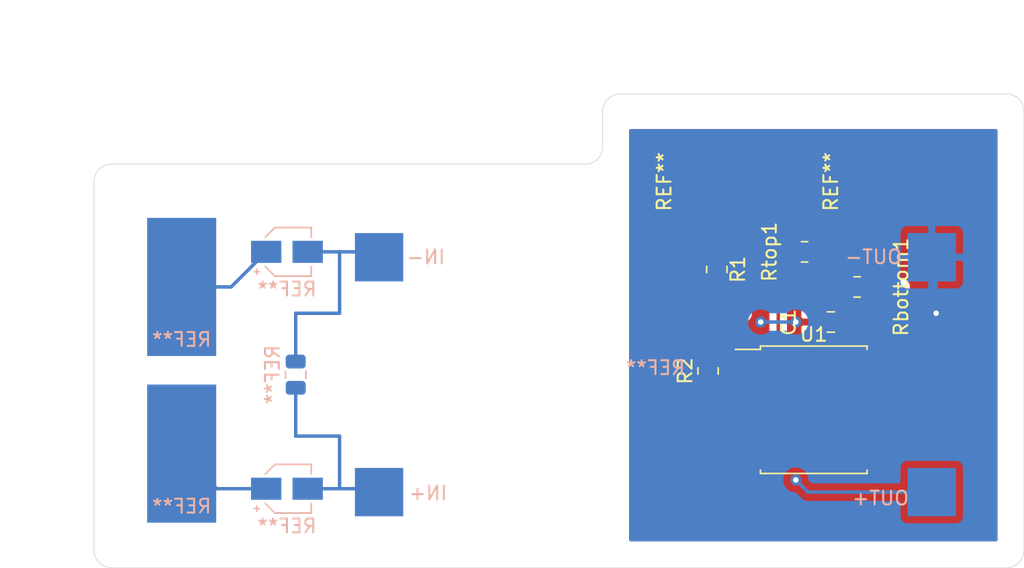
<source format=kicad_pcb>
(kicad_pcb (version 20171130) (host pcbnew "(5.1.7)-1")

  (general
    (thickness 1.6)
    (drawings 13)
    (tracks 61)
    (zones 0)
    (modules 14)
    (nets 16)
  )

  (page A4)
  (layers
    (0 F.Cu signal)
    (31 B.Cu signal)
    (32 B.Adhes user)
    (33 F.Adhes user)
    (34 B.Paste user)
    (35 F.Paste user)
    (36 B.SilkS user)
    (37 F.SilkS user)
    (38 B.Mask user)
    (39 F.Mask user)
    (40 Dwgs.User user)
    (41 Cmts.User user)
    (42 Eco1.User user)
    (43 Eco2.User user)
    (44 Edge.Cuts user)
    (45 Margin user)
    (46 B.CrtYd user)
    (47 F.CrtYd user)
    (48 B.Fab user)
    (49 F.Fab user)
  )

  (setup
    (last_trace_width 0.25)
    (trace_clearance 0.2)
    (zone_clearance 0.508)
    (zone_45_only no)
    (trace_min 0.2)
    (via_size 0.8)
    (via_drill 0.4)
    (via_min_size 0.4)
    (via_min_drill 0.3)
    (uvia_size 0.3)
    (uvia_drill 0.1)
    (uvias_allowed no)
    (uvia_min_size 0.2)
    (uvia_min_drill 0.1)
    (edge_width 0.05)
    (segment_width 0.2)
    (pcb_text_width 0.3)
    (pcb_text_size 1.5 1.5)
    (mod_edge_width 0.12)
    (mod_text_size 1 1)
    (mod_text_width 0.15)
    (pad_size 5 10)
    (pad_drill 0)
    (pad_to_mask_clearance 0)
    (aux_axis_origin 0 0)
    (visible_elements 7FFFFFFF)
    (pcbplotparams
      (layerselection 0x010fc_ffffffff)
      (usegerberextensions false)
      (usegerberattributes true)
      (usegerberadvancedattributes true)
      (creategerberjobfile true)
      (excludeedgelayer true)
      (linewidth 0.100000)
      (plotframeref false)
      (viasonmask false)
      (mode 1)
      (useauxorigin false)
      (hpglpennumber 1)
      (hpglpenspeed 20)
      (hpglpendiameter 15.000000)
      (psnegative false)
      (psa4output false)
      (plotreference true)
      (plotvalue true)
      (plotinvisibletext false)
      (padsonsilk false)
      (subtractmaskfromsilk false)
      (outputformat 1)
      (mirror false)
      (drillshape 1)
      (scaleselection 1)
      (outputdirectory ""))
  )

  (net 0 "")
  (net 1 +12V)
  (net 2 GND)
  (net 3 "Net-(R1-Pad2)")
  (net 4 "Net-(R1-Pad1)")
  (net 5 "Net-(R2-Pad1)")
  (net 6 "Net-(Rbottom1-Pad1)")
  (net 7 "Net-(U1-Pad14)")
  (net 8 "Net-(U1-Pad13)")
  (net 9 "Net-(U1-Pad12)")
  (net 10 "Net-(U1-Pad10)")
  (net 11 "Net-(U1-Pad9)")
  (net 12 "Net-(U1-Pad8)")
  (net 13 "Net-(U1-Pad7)")
  (net 14 "Net-(U1-Pad6)")
  (net 15 "Net-(U1-Pad5)")

  (net_class Default "This is the default net class."
    (clearance 0.2)
    (trace_width 0.25)
    (via_dia 0.8)
    (via_drill 0.4)
    (uvia_dia 0.3)
    (uvia_drill 0.1)
    (add_net +12V)
    (add_net GND)
    (add_net "Net-(R1-Pad1)")
    (add_net "Net-(R1-Pad2)")
    (add_net "Net-(R2-Pad1)")
    (add_net "Net-(Rbottom1-Pad1)")
    (add_net "Net-(U1-Pad10)")
    (add_net "Net-(U1-Pad12)")
    (add_net "Net-(U1-Pad13)")
    (add_net "Net-(U1-Pad14)")
    (add_net "Net-(U1-Pad5)")
    (add_net "Net-(U1-Pad6)")
    (add_net "Net-(U1-Pad7)")
    (add_net "Net-(U1-Pad8)")
    (add_net "Net-(U1-Pad9)")
  )

  (module Connector_Wire:SolderWirePad_1x01_SMD_5x10mm (layer B.Cu) (tedit 5640A485) (tstamp 5FA0C56E)
    (at 90.17 102.235)
    (descr "Wire Pad, Square, SMD Pad,  5mm x 10mm,")
    (tags "MesurementPoint Square SMDPad 5mmx10mm ")
    (attr smd virtual)
    (fp_text reference REF** (at 0 3.81) (layer B.SilkS)
      (effects (font (size 1 1) (thickness 0.15)) (justify mirror))
    )
    (fp_text value SolderWirePad_1x01_SMD_5x10mm (at 0 -6.35) (layer B.Fab)
      (effects (font (size 1 1) (thickness 0.15)) (justify mirror))
    )
    (fp_line (start -2.75 5.25) (end -2.75 -5.25) (layer B.CrtYd) (width 0.05))
    (fp_line (start -2.75 -5.25) (end 2.75 -5.25) (layer B.CrtYd) (width 0.05))
    (fp_line (start 2.75 -5.25) (end 2.75 5.25) (layer B.CrtYd) (width 0.05))
    (fp_line (start 2.75 5.25) (end -2.75 5.25) (layer B.CrtYd) (width 0.05))
    (fp_text user %R (at 0 0) (layer B.Fab)
      (effects (font (size 1 1) (thickness 0.15)) (justify mirror))
    )
    (pad 1 smd rect (at 0 0) (size 5 10) (layers B.Cu B.Paste B.Mask))
  )

  (module Connector_Wire:SolderWirePad_1x01_SMD_5x10mm (layer B.Cu) (tedit 5640A485) (tstamp 5FA0C589)
    (at 90.17 90.17)
    (descr "Wire Pad, Square, SMD Pad,  5mm x 10mm,")
    (tags "MesurementPoint Square SMDPad 5mmx10mm ")
    (attr smd virtual)
    (fp_text reference REF** (at 0 3.81) (layer B.SilkS)
      (effects (font (size 1 1) (thickness 0.15)) (justify mirror))
    )
    (fp_text value SolderWirePad_1x01_SMD_5x10mm (at 0 -6.35) (layer B.Fab)
      (effects (font (size 1 1) (thickness 0.15)) (justify mirror))
    )
    (fp_line (start -2.75 5.25) (end -2.75 -5.25) (layer B.CrtYd) (width 0.05))
    (fp_line (start -2.75 -5.25) (end 2.75 -5.25) (layer B.CrtYd) (width 0.05))
    (fp_line (start 2.75 -5.25) (end 2.75 5.25) (layer B.CrtYd) (width 0.05))
    (fp_line (start 2.75 5.25) (end -2.75 5.25) (layer B.CrtYd) (width 0.05))
    (fp_text user %R (at 0 0) (layer B.Fab)
      (effects (font (size 1 1) (thickness 0.15)) (justify mirror))
    )
    (pad 1 smd rect (at 0 0) (size 5 10) (layers B.Cu B.Paste B.Mask))
  )

  (module Connector_Wire:SolderWirePad_1x01_SMD_5x10mm (layer F.Cu) (tedit 5FA0C765) (tstamp 5FA0BF58)
    (at 128.905 82.55 90)
    (descr "Wire Pad, Square, SMD Pad,  5mm x 10mm,")
    (tags "MesurementPoint Square SMDPad 5mmx10mm ")
    (fp_text reference REF** (at 0 -3.81 90) (layer F.SilkS)
      (effects (font (size 1 1) (thickness 0.15)))
    )
    (fp_text value SolderWirePad_1x01_SMD_5x10mm (at 0 6.35 90) (layer F.Fab)
      (effects (font (size 1 1) (thickness 0.15)))
    )
    (fp_line (start -2.75 -5.25) (end -2.75 5.25) (layer F.CrtYd) (width 0.05))
    (fp_line (start -2.75 5.25) (end 2.75 5.25) (layer F.CrtYd) (width 0.05))
    (fp_line (start 2.75 5.25) (end 2.75 -5.25) (layer F.CrtYd) (width 0.05))
    (fp_line (start 2.75 -5.25) (end -2.75 -5.25) (layer F.CrtYd) (width 0.05))
    (fp_text user %R (at 0 0 90) (layer F.Fab)
      (effects (font (size 1 1) (thickness 0.15)))
    )
    (pad "Signal in" smd rect (at 0 0 90) (size 5 10) (layers F.Cu F.Paste F.Mask)
      (net 3 "Net-(R1-Pad2)"))
  )

  (module Connector_Wire:SolderWirePad_1x01_SMD_5x10mm (layer F.Cu) (tedit 5FA0C779) (tstamp 5FA05A4F)
    (at 140.97 82.55 90)
    (descr "Wire Pad, Square, SMD Pad,  5mm x 10mm,")
    (tags "MesurementPoint Square SMDPad 5mmx10mm ")
    (attr smd virtual)
    (fp_text reference REF** (at 0 -3.81 90) (layer F.SilkS)
      (effects (font (size 1 1) (thickness 0.15)))
    )
    (fp_text value SolderWirePad_1x01_SMD_5x10mm (at 0 6.35 90) (layer F.Fab)
      (effects (font (size 1 1) (thickness 0.15)))
    )
    (fp_line (start -2.75 -5.25) (end -2.75 5.25) (layer F.CrtYd) (width 0.05))
    (fp_line (start -2.75 5.25) (end 2.75 5.25) (layer F.CrtYd) (width 0.05))
    (fp_line (start 2.75 5.25) (end 2.75 -5.25) (layer F.CrtYd) (width 0.05))
    (fp_line (start 2.75 -5.25) (end -2.75 -5.25) (layer F.CrtYd) (width 0.05))
    (fp_text user %R (at 0 0 90) (layer F.Fab)
      (effects (font (size 1 1) (thickness 0.15)))
    )
    (pad "Signal Out" smd rect (at 0 0 90) (size 5 10) (layers F.Cu F.Paste F.Mask)
      (net 5 "Net-(R2-Pad1)"))
  )

  (module Single_Wire_V5_Footprints:XL6009E1_Buck_Hybrid (layer B.Cu) (tedit 5FA0C5A0) (tstamp 5F9C324A)
    (at 124.46 96.52)
    (fp_text reference REF** (at 0 -0.5) (layer B.SilkS)
      (effects (font (size 1 1) (thickness 0.15)) (justify mirror))
    )
    (fp_text value XL6009E1_Buck_Hybrid (at 0 0.5) (layer B.Fab)
      (effects (font (size 1 1) (thickness 0.15)) (justify mirror))
    )
    (fp_line (start 22 -10.5) (end 22 10.5) (layer B.CrtYd) (width 0.15))
    (fp_line (start 22 10.5) (end -22 10.5) (layer B.CrtYd) (width 0.15))
    (fp_line (start -22 10.5) (end -22 -10.5) (layer B.CrtYd) (width 0.15))
    (fp_line (start -22 -10.5) (end 22 -10.5) (layer B.CrtYd) (width 0.15))
    (fp_text user IN+ (at -16.4592 8.5725) (layer B.SilkS)
      (effects (font (size 1 1) (thickness 0.15)) (justify mirror))
    )
    (fp_text user IN- (at -16.6116 -8.509) (layer B.SilkS)
      (effects (font (size 1 1) (thickness 0.15)) (justify mirror))
    )
    (fp_text user OUT- (at 15.7861 -8.5217) (layer B.SilkS)
      (effects (font (size 1 1) (thickness 0.15)) (justify mirror))
    )
    (fp_text user OUT+ (at 16.2941 8.9408) (layer B.SilkS)
      (effects (font (size 1 1) (thickness 0.15)) (justify mirror))
    )
    (pad 2 smd rect (at -20 -8.5) (size 3.5 3.5) (layers B.Cu B.Paste B.Mask))
    (pad 1 smd rect (at -20 8.5) (size 3.5 3.5) (layers B.Cu B.Paste B.Mask))
    (pad 4 smd rect (at 20 8.5) (size 3.5 3.5) (layers B.Cu B.Paste B.Mask)
      (net 1 +12V))
    (pad 3 smd rect (at 20 -8.5) (size 3.5 3.5) (layers B.Cu B.Paste B.Mask)
      (net 2 GND))
  )

  (module Capacitor_SMD:C_0805_2012Metric (layer B.Cu) (tedit 5F68FEEE) (tstamp 5F9C3079)
    (at 98.425 96.52 270)
    (descr "Capacitor SMD 0805 (2012 Metric), square (rectangular) end terminal, IPC_7351 nominal, (Body size source: IPC-SM-782 page 76, https://www.pcb-3d.com/wordpress/wp-content/uploads/ipc-sm-782a_amendment_1_and_2.pdf, https://docs.google.com/spreadsheets/d/1BsfQQcO9C6DZCsRaXUlFlo91Tg2WpOkGARC1WS5S8t0/edit?usp=sharing), generated with kicad-footprint-generator")
    (tags capacitor)
    (attr smd)
    (fp_text reference REF** (at 0 1.68 270) (layer B.SilkS)
      (effects (font (size 1 1) (thickness 0.15)) (justify mirror))
    )
    (fp_text value C_0805_2012Metric (at 0 -1.68 270) (layer B.Fab)
      (effects (font (size 1 1) (thickness 0.15)) (justify mirror))
    )
    (fp_line (start 1.7 -0.98) (end -1.7 -0.98) (layer B.CrtYd) (width 0.05))
    (fp_line (start 1.7 0.98) (end 1.7 -0.98) (layer B.CrtYd) (width 0.05))
    (fp_line (start -1.7 0.98) (end 1.7 0.98) (layer B.CrtYd) (width 0.05))
    (fp_line (start -1.7 -0.98) (end -1.7 0.98) (layer B.CrtYd) (width 0.05))
    (fp_line (start -0.261252 -0.735) (end 0.261252 -0.735) (layer B.SilkS) (width 0.12))
    (fp_line (start -0.261252 0.735) (end 0.261252 0.735) (layer B.SilkS) (width 0.12))
    (fp_line (start 1 -0.625) (end -1 -0.625) (layer B.Fab) (width 0.1))
    (fp_line (start 1 0.625) (end 1 -0.625) (layer B.Fab) (width 0.1))
    (fp_line (start -1 0.625) (end 1 0.625) (layer B.Fab) (width 0.1))
    (fp_line (start -1 -0.625) (end -1 0.625) (layer B.Fab) (width 0.1))
    (fp_text user %R (at 0 0 270) (layer B.Fab)
      (effects (font (size 0.5 0.5) (thickness 0.08)) (justify mirror))
    )
    (pad 1 smd roundrect (at -0.95 0 270) (size 1 1.45) (layers B.Cu B.Paste B.Mask) (roundrect_rratio 0.25))
    (pad 2 smd roundrect (at 0.95 0 270) (size 1 1.45) (layers B.Cu B.Paste B.Mask) (roundrect_rratio 0.25))
    (model ${KISYS3DMOD}/Capacitor_SMD.3dshapes/C_0805_2012Metric.wrl
      (at (xyz 0 0 0))
      (scale (xyz 1 1 1))
      (rotate (xyz 0 0 0))
    )
  )

  (module Capacitor_SMD:CP_Elec_3x5.3 (layer B.Cu) (tedit 5B303299) (tstamp 5F9C30E1)
    (at 97.79 87.63)
    (descr "SMT capacitor, aluminium electrolytic, 3x5.3, Cornell Dubilier Electronics ")
    (tags "Capacitor Electrolytic")
    (attr smd)
    (fp_text reference REF** (at 0 2.7) (layer B.SilkS)
      (effects (font (size 1 1) (thickness 0.15)) (justify mirror))
    )
    (fp_text value CP_Elec_3x5.3 (at 0 -2.7) (layer B.Fab)
      (effects (font (size 1 1) (thickness 0.15)) (justify mirror))
    )
    (fp_line (start -2.85 -1.05) (end -1.78 -1.05) (layer B.CrtYd) (width 0.05))
    (fp_line (start -2.85 1.05) (end -2.85 -1.05) (layer B.CrtYd) (width 0.05))
    (fp_line (start -1.78 1.05) (end -2.85 1.05) (layer B.CrtYd) (width 0.05))
    (fp_line (start -1.78 1.05) (end -0.93 1.9) (layer B.CrtYd) (width 0.05))
    (fp_line (start -1.78 -1.05) (end -0.93 -1.9) (layer B.CrtYd) (width 0.05))
    (fp_line (start -0.93 1.9) (end 1.9 1.9) (layer B.CrtYd) (width 0.05))
    (fp_line (start -0.93 -1.9) (end 1.9 -1.9) (layer B.CrtYd) (width 0.05))
    (fp_line (start 1.9 -1.05) (end 1.9 -1.9) (layer B.CrtYd) (width 0.05))
    (fp_line (start 2.85 -1.05) (end 1.9 -1.05) (layer B.CrtYd) (width 0.05))
    (fp_line (start 2.85 1.05) (end 2.85 -1.05) (layer B.CrtYd) (width 0.05))
    (fp_line (start 1.9 1.05) (end 2.85 1.05) (layer B.CrtYd) (width 0.05))
    (fp_line (start 1.9 1.9) (end 1.9 1.05) (layer B.CrtYd) (width 0.05))
    (fp_line (start -2.1875 1.6225) (end -2.1875 1.2475) (layer B.SilkS) (width 0.12))
    (fp_line (start -2.375 1.435) (end -2 1.435) (layer B.SilkS) (width 0.12))
    (fp_line (start -1.570563 -1.06) (end -0.870563 -1.76) (layer B.SilkS) (width 0.12))
    (fp_line (start -1.570563 1.06) (end -0.870563 1.76) (layer B.SilkS) (width 0.12))
    (fp_line (start -0.870563 -1.76) (end 1.76 -1.76) (layer B.SilkS) (width 0.12))
    (fp_line (start -0.870563 1.76) (end 1.76 1.76) (layer B.SilkS) (width 0.12))
    (fp_line (start 1.76 1.76) (end 1.76 1.06) (layer B.SilkS) (width 0.12))
    (fp_line (start 1.76 -1.76) (end 1.76 -1.06) (layer B.SilkS) (width 0.12))
    (fp_line (start -0.960469 0.95) (end -0.960469 0.65) (layer B.Fab) (width 0.1))
    (fp_line (start -1.110469 0.8) (end -0.810469 0.8) (layer B.Fab) (width 0.1))
    (fp_line (start -1.65 -0.825) (end -0.825 -1.65) (layer B.Fab) (width 0.1))
    (fp_line (start -1.65 0.825) (end -0.825 1.65) (layer B.Fab) (width 0.1))
    (fp_line (start -1.65 0.825) (end -1.65 -0.825) (layer B.Fab) (width 0.1))
    (fp_line (start -0.825 -1.65) (end 1.65 -1.65) (layer B.Fab) (width 0.1))
    (fp_line (start -0.825 1.65) (end 1.65 1.65) (layer B.Fab) (width 0.1))
    (fp_line (start 1.65 1.65) (end 1.65 -1.65) (layer B.Fab) (width 0.1))
    (fp_circle (center 0 0) (end 1.5 0) (layer B.Fab) (width 0.1))
    (fp_text user %R (at 0 0) (layer B.Fab)
      (effects (font (size 0.6 0.6) (thickness 0.09)) (justify mirror))
    )
    (pad 1 smd rect (at -1.5 0) (size 2.2 1.6) (layers B.Cu B.Paste B.Mask))
    (pad 2 smd rect (at 1.5 0) (size 2.2 1.6) (layers B.Cu B.Paste B.Mask))
    (model ${KISYS3DMOD}/Capacitor_SMD.3dshapes/CP_Elec_3x5.3.wrl
      (at (xyz 0 0 0))
      (scale (xyz 1 1 1))
      (rotate (xyz 0 0 0))
    )
  )

  (module Capacitor_SMD:CP_Elec_3x5.3 (layer B.Cu) (tedit 5B303299) (tstamp 5F9C2F58)
    (at 97.79 104.775)
    (descr "SMT capacitor, aluminium electrolytic, 3x5.3, Cornell Dubilier Electronics ")
    (tags "Capacitor Electrolytic")
    (attr smd)
    (fp_text reference REF** (at 0 2.7) (layer B.SilkS)
      (effects (font (size 1 1) (thickness 0.15)) (justify mirror))
    )
    (fp_text value CP_Elec_3x5.3 (at 0 -2.7) (layer B.Fab)
      (effects (font (size 1 1) (thickness 0.15)) (justify mirror))
    )
    (fp_line (start -2.85 -1.05) (end -1.78 -1.05) (layer B.CrtYd) (width 0.05))
    (fp_line (start -2.85 1.05) (end -2.85 -1.05) (layer B.CrtYd) (width 0.05))
    (fp_line (start -1.78 1.05) (end -2.85 1.05) (layer B.CrtYd) (width 0.05))
    (fp_line (start -1.78 1.05) (end -0.93 1.9) (layer B.CrtYd) (width 0.05))
    (fp_line (start -1.78 -1.05) (end -0.93 -1.9) (layer B.CrtYd) (width 0.05))
    (fp_line (start -0.93 1.9) (end 1.9 1.9) (layer B.CrtYd) (width 0.05))
    (fp_line (start -0.93 -1.9) (end 1.9 -1.9) (layer B.CrtYd) (width 0.05))
    (fp_line (start 1.9 -1.05) (end 1.9 -1.9) (layer B.CrtYd) (width 0.05))
    (fp_line (start 2.85 -1.05) (end 1.9 -1.05) (layer B.CrtYd) (width 0.05))
    (fp_line (start 2.85 1.05) (end 2.85 -1.05) (layer B.CrtYd) (width 0.05))
    (fp_line (start 1.9 1.05) (end 2.85 1.05) (layer B.CrtYd) (width 0.05))
    (fp_line (start 1.9 1.9) (end 1.9 1.05) (layer B.CrtYd) (width 0.05))
    (fp_line (start -2.1875 1.6225) (end -2.1875 1.2475) (layer B.SilkS) (width 0.12))
    (fp_line (start -2.375 1.435) (end -2 1.435) (layer B.SilkS) (width 0.12))
    (fp_line (start -1.570563 -1.06) (end -0.870563 -1.76) (layer B.SilkS) (width 0.12))
    (fp_line (start -1.570563 1.06) (end -0.870563 1.76) (layer B.SilkS) (width 0.12))
    (fp_line (start -0.870563 -1.76) (end 1.76 -1.76) (layer B.SilkS) (width 0.12))
    (fp_line (start -0.870563 1.76) (end 1.76 1.76) (layer B.SilkS) (width 0.12))
    (fp_line (start 1.76 1.76) (end 1.76 1.06) (layer B.SilkS) (width 0.12))
    (fp_line (start 1.76 -1.76) (end 1.76 -1.06) (layer B.SilkS) (width 0.12))
    (fp_line (start -0.960469 0.95) (end -0.960469 0.65) (layer B.Fab) (width 0.1))
    (fp_line (start -1.110469 0.8) (end -0.810469 0.8) (layer B.Fab) (width 0.1))
    (fp_line (start -1.65 -0.825) (end -0.825 -1.65) (layer B.Fab) (width 0.1))
    (fp_line (start -1.65 0.825) (end -0.825 1.65) (layer B.Fab) (width 0.1))
    (fp_line (start -1.65 0.825) (end -1.65 -0.825) (layer B.Fab) (width 0.1))
    (fp_line (start -0.825 -1.65) (end 1.65 -1.65) (layer B.Fab) (width 0.1))
    (fp_line (start -0.825 1.65) (end 1.65 1.65) (layer B.Fab) (width 0.1))
    (fp_line (start 1.65 1.65) (end 1.65 -1.65) (layer B.Fab) (width 0.1))
    (fp_circle (center 0 0) (end 1.5 0) (layer B.Fab) (width 0.1))
    (fp_text user %R (at 0 0) (layer B.Fab)
      (effects (font (size 0.6 0.6) (thickness 0.09)) (justify mirror))
    )
    (pad 1 smd rect (at -1.5 0) (size 2.2 1.6) (layers B.Cu B.Paste B.Mask))
    (pad 2 smd rect (at 1.5 0) (size 2.2 1.6) (layers B.Cu B.Paste B.Mask))
    (model ${KISYS3DMOD}/Capacitor_SMD.3dshapes/CP_Elec_3x5.3.wrl
      (at (xyz 0 0 0))
      (scale (xyz 1 1 1))
      (rotate (xyz 0 0 0))
    )
  )

  (module Resistor_SMD:R_0805_2012Metric_Pad1.20x1.40mm_HandSolder (layer F.Cu) (tedit 5F68FEEE) (tstamp 5F9B015B)
    (at 135.255 87.63)
    (descr "Resistor SMD 0805 (2012 Metric), square (rectangular) end terminal, IPC_7351 nominal with elongated pad for handsoldering. (Body size source: IPC-SM-782 page 72, https://www.pcb-3d.com/wordpress/wp-content/uploads/ipc-sm-782a_amendment_1_and_2.pdf), generated with kicad-footprint-generator")
    (tags "resistor handsolder")
    (path /5F9266BA)
    (attr smd)
    (fp_text reference Rtop1 (at -2.54 0 -90) (layer F.SilkS)
      (effects (font (size 1 1) (thickness 0.15)))
    )
    (fp_text value 3.665k (at 0 1.65) (layer F.Fab)
      (effects (font (size 1 1) (thickness 0.15)))
    )
    (fp_line (start 1.85 0.95) (end -1.85 0.95) (layer F.CrtYd) (width 0.05))
    (fp_line (start 1.85 -0.95) (end 1.85 0.95) (layer F.CrtYd) (width 0.05))
    (fp_line (start -1.85 -0.95) (end 1.85 -0.95) (layer F.CrtYd) (width 0.05))
    (fp_line (start -1.85 0.95) (end -1.85 -0.95) (layer F.CrtYd) (width 0.05))
    (fp_line (start -0.227064 0.735) (end 0.227064 0.735) (layer F.SilkS) (width 0.12))
    (fp_line (start -0.227064 -0.735) (end 0.227064 -0.735) (layer F.SilkS) (width 0.12))
    (fp_line (start 1 0.625) (end -1 0.625) (layer F.Fab) (width 0.1))
    (fp_line (start 1 -0.625) (end 1 0.625) (layer F.Fab) (width 0.1))
    (fp_line (start -1 -0.625) (end 1 -0.625) (layer F.Fab) (width 0.1))
    (fp_line (start -1 0.625) (end -1 -0.625) (layer F.Fab) (width 0.1))
    (fp_text user %R (at 0 0) (layer F.Fab)
      (effects (font (size 0.5 0.5) (thickness 0.08)))
    )
    (pad 2 smd roundrect (at 1 0) (size 1.2 1.4) (layers F.Cu F.Paste F.Mask) (roundrect_rratio 0.208333)
      (net 6 "Net-(Rbottom1-Pad1)"))
    (pad 1 smd roundrect (at -1 0) (size 1.2 1.4) (layers F.Cu F.Paste F.Mask) (roundrect_rratio 0.208333)
      (net 1 +12V))
    (model ${KISYS3DMOD}/Resistor_SMD.3dshapes/R_0805_2012Metric.wrl
      (at (xyz 0 0 0))
      (scale (xyz 1 1 1))
      (rotate (xyz 0 0 0))
    )
  )

  (module Package_SO:SOIC-14W_7.5x9mm_P1.27mm (layer F.Cu) (tedit 5D9F72B1) (tstamp 5F92CD87)
    (at 135.92 99.06)
    (descr "SOIC, 14 Pin (JEDEC MS-013AF, https://www.analog.com/media/en/package-pcb-resources/package/54614177245586rw_14.pdf), generated with kicad-footprint-generator ipc_gullwing_generator.py")
    (tags "SOIC SO")
    (path /5F925D79)
    (attr smd)
    (fp_text reference U1 (at 0 -5.45) (layer F.SilkS)
      (effects (font (size 1 1) (thickness 0.15)))
    )
    (fp_text value LM324AM (at 0 5.45) (layer F.Fab)
      (effects (font (size 1 1) (thickness 0.15)))
    )
    (fp_line (start 5.93 -4.75) (end -5.93 -4.75) (layer F.CrtYd) (width 0.05))
    (fp_line (start 5.93 4.75) (end 5.93 -4.75) (layer F.CrtYd) (width 0.05))
    (fp_line (start -5.93 4.75) (end 5.93 4.75) (layer F.CrtYd) (width 0.05))
    (fp_line (start -5.93 -4.75) (end -5.93 4.75) (layer F.CrtYd) (width 0.05))
    (fp_line (start -3.75 -3.5) (end -2.75 -4.5) (layer F.Fab) (width 0.1))
    (fp_line (start -3.75 4.5) (end -3.75 -3.5) (layer F.Fab) (width 0.1))
    (fp_line (start 3.75 4.5) (end -3.75 4.5) (layer F.Fab) (width 0.1))
    (fp_line (start 3.75 -4.5) (end 3.75 4.5) (layer F.Fab) (width 0.1))
    (fp_line (start -2.75 -4.5) (end 3.75 -4.5) (layer F.Fab) (width 0.1))
    (fp_line (start -3.86 -4.37) (end -5.675 -4.37) (layer F.SilkS) (width 0.12))
    (fp_line (start -3.86 -4.61) (end -3.86 -4.37) (layer F.SilkS) (width 0.12))
    (fp_line (start 0 -4.61) (end -3.86 -4.61) (layer F.SilkS) (width 0.12))
    (fp_line (start 3.86 -4.61) (end 3.86 -4.37) (layer F.SilkS) (width 0.12))
    (fp_line (start 0 -4.61) (end 3.86 -4.61) (layer F.SilkS) (width 0.12))
    (fp_line (start -3.86 4.61) (end -3.86 4.37) (layer F.SilkS) (width 0.12))
    (fp_line (start 0 4.61) (end -3.86 4.61) (layer F.SilkS) (width 0.12))
    (fp_line (start 3.86 4.61) (end 3.86 4.37) (layer F.SilkS) (width 0.12))
    (fp_line (start 0 4.61) (end 3.86 4.61) (layer F.SilkS) (width 0.12))
    (fp_text user %R (at 0 0) (layer F.Fab)
      (effects (font (size 1 1) (thickness 0.15)))
    )
    (pad 14 smd roundrect (at 4.65 -3.81) (size 2.05 0.6) (layers F.Cu F.Paste F.Mask) (roundrect_rratio 0.25)
      (net 7 "Net-(U1-Pad14)"))
    (pad 13 smd roundrect (at 4.65 -2.54) (size 2.05 0.6) (layers F.Cu F.Paste F.Mask) (roundrect_rratio 0.25)
      (net 8 "Net-(U1-Pad13)"))
    (pad 12 smd roundrect (at 4.65 -1.27) (size 2.05 0.6) (layers F.Cu F.Paste F.Mask) (roundrect_rratio 0.25)
      (net 9 "Net-(U1-Pad12)"))
    (pad 11 smd roundrect (at 4.65 0) (size 2.05 0.6) (layers F.Cu F.Paste F.Mask) (roundrect_rratio 0.25)
      (net 2 GND))
    (pad 10 smd roundrect (at 4.65 1.27) (size 2.05 0.6) (layers F.Cu F.Paste F.Mask) (roundrect_rratio 0.25)
      (net 10 "Net-(U1-Pad10)"))
    (pad 9 smd roundrect (at 4.65 2.54) (size 2.05 0.6) (layers F.Cu F.Paste F.Mask) (roundrect_rratio 0.25)
      (net 11 "Net-(U1-Pad9)"))
    (pad 8 smd roundrect (at 4.65 3.81) (size 2.05 0.6) (layers F.Cu F.Paste F.Mask) (roundrect_rratio 0.25)
      (net 12 "Net-(U1-Pad8)"))
    (pad 7 smd roundrect (at -4.65 3.81) (size 2.05 0.6) (layers F.Cu F.Paste F.Mask) (roundrect_rratio 0.25)
      (net 13 "Net-(U1-Pad7)"))
    (pad 6 smd roundrect (at -4.65 2.54) (size 2.05 0.6) (layers F.Cu F.Paste F.Mask) (roundrect_rratio 0.25)
      (net 14 "Net-(U1-Pad6)"))
    (pad 5 smd roundrect (at -4.65 1.27) (size 2.05 0.6) (layers F.Cu F.Paste F.Mask) (roundrect_rratio 0.25)
      (net 15 "Net-(U1-Pad5)"))
    (pad 4 smd roundrect (at -4.65 0) (size 2.05 0.6) (layers F.Cu F.Paste F.Mask) (roundrect_rratio 0.25)
      (net 1 +12V))
    (pad 3 smd roundrect (at -4.65 -1.27) (size 2.05 0.6) (layers F.Cu F.Paste F.Mask) (roundrect_rratio 0.25)
      (net 6 "Net-(Rbottom1-Pad1)"))
    (pad 2 smd roundrect (at -4.65 -2.54) (size 2.05 0.6) (layers F.Cu F.Paste F.Mask) (roundrect_rratio 0.25)
      (net 4 "Net-(R1-Pad1)"))
    (pad 1 smd roundrect (at -4.65 -3.81) (size 2.05 0.6) (layers F.Cu F.Paste F.Mask) (roundrect_rratio 0.25)
      (net 5 "Net-(R2-Pad1)"))
    (model ${KISYS3DMOD}/Package_SO.3dshapes/SOIC-14W_7.5x9mm_P1.27mm.wrl
      (at (xyz 0 0 0))
      (scale (xyz 1 1 1))
      (rotate (xyz 0 0 0))
    )
  )

  (module Resistor_SMD:R_0805_2012Metric_Pad1.20x1.40mm_HandSolder (layer F.Cu) (tedit 5F68FEEE) (tstamp 5F9AFDC6)
    (at 139.065 90.17)
    (descr "Resistor SMD 0805 (2012 Metric), square (rectangular) end terminal, IPC_7351 nominal with elongated pad for handsoldering. (Body size source: IPC-SM-782 page 72, https://www.pcb-3d.com/wordpress/wp-content/uploads/ipc-sm-782a_amendment_1_and_2.pdf), generated with kicad-footprint-generator")
    (tags "resistor handsolder")
    (path /5F9279B8)
    (attr smd)
    (fp_text reference Rbottom1 (at 3.175 0 -90) (layer F.SilkS)
      (effects (font (size 1 1) (thickness 0.15)))
    )
    (fp_text value 1.067k (at 0 1.65) (layer F.Fab)
      (effects (font (size 1 1) (thickness 0.15)))
    )
    (fp_line (start 1.85 0.95) (end -1.85 0.95) (layer F.CrtYd) (width 0.05))
    (fp_line (start 1.85 -0.95) (end 1.85 0.95) (layer F.CrtYd) (width 0.05))
    (fp_line (start -1.85 -0.95) (end 1.85 -0.95) (layer F.CrtYd) (width 0.05))
    (fp_line (start -1.85 0.95) (end -1.85 -0.95) (layer F.CrtYd) (width 0.05))
    (fp_line (start -0.227064 0.735) (end 0.227064 0.735) (layer F.SilkS) (width 0.12))
    (fp_line (start -0.227064 -0.735) (end 0.227064 -0.735) (layer F.SilkS) (width 0.12))
    (fp_line (start 1 0.625) (end -1 0.625) (layer F.Fab) (width 0.1))
    (fp_line (start 1 -0.625) (end 1 0.625) (layer F.Fab) (width 0.1))
    (fp_line (start -1 -0.625) (end 1 -0.625) (layer F.Fab) (width 0.1))
    (fp_line (start -1 0.625) (end -1 -0.625) (layer F.Fab) (width 0.1))
    (pad 2 smd roundrect (at 1 0) (size 1.2 1.4) (layers F.Cu F.Paste F.Mask) (roundrect_rratio 0.208333)
      (net 2 GND))
    (pad 1 smd roundrect (at -1 0) (size 1.2 1.4) (layers F.Cu F.Paste F.Mask) (roundrect_rratio 0.208333)
      (net 6 "Net-(Rbottom1-Pad1)"))
    (model ${KISYS3DMOD}/Resistor_SMD.3dshapes/R_0805_2012Metric.wrl
      (at (xyz 0 0 0))
      (scale (xyz 1 1 1))
      (rotate (xyz 0 0 0))
    )
  )

  (module Resistor_SMD:R_0805_2012Metric_Pad1.20x1.40mm_HandSolder (layer F.Cu) (tedit 5F68FEEE) (tstamp 5F92CD40)
    (at 128.27 96.25 270)
    (descr "Resistor SMD 0805 (2012 Metric), square (rectangular) end terminal, IPC_7351 nominal with elongated pad for handsoldering. (Body size source: IPC-SM-782 page 72, https://www.pcb-3d.com/wordpress/wp-content/uploads/ipc-sm-782a_amendment_1_and_2.pdf), generated with kicad-footprint-generator")
    (tags "resistor handsolder")
    (path /5F9272F7)
    (attr smd)
    (fp_text reference R2 (at 0 1.651 90) (layer F.SilkS)
      (effects (font (size 1 1) (thickness 0.15)))
    )
    (fp_text value 1k (at 0 1.65 90) (layer F.Fab)
      (effects (font (size 1 1) (thickness 0.15)))
    )
    (fp_line (start 1.85 0.95) (end -1.85 0.95) (layer F.CrtYd) (width 0.05))
    (fp_line (start 1.85 -0.95) (end 1.85 0.95) (layer F.CrtYd) (width 0.05))
    (fp_line (start -1.85 -0.95) (end 1.85 -0.95) (layer F.CrtYd) (width 0.05))
    (fp_line (start -1.85 0.95) (end -1.85 -0.95) (layer F.CrtYd) (width 0.05))
    (fp_line (start -0.227064 0.735) (end 0.227064 0.735) (layer F.SilkS) (width 0.12))
    (fp_line (start -0.227064 -0.735) (end 0.227064 -0.735) (layer F.SilkS) (width 0.12))
    (fp_line (start 1 0.625) (end -1 0.625) (layer F.Fab) (width 0.1))
    (fp_line (start 1 -0.625) (end 1 0.625) (layer F.Fab) (width 0.1))
    (fp_line (start -1 -0.625) (end 1 -0.625) (layer F.Fab) (width 0.1))
    (fp_line (start -1 0.625) (end -1 -0.625) (layer F.Fab) (width 0.1))
    (fp_text user %R (at 0 0 90) (layer F.Fab)
      (effects (font (size 0.5 0.5) (thickness 0.08)))
    )
    (pad 2 smd roundrect (at 1 0 270) (size 1.2 1.4) (layers F.Cu F.Paste F.Mask) (roundrect_rratio 0.208333)
      (net 4 "Net-(R1-Pad1)"))
    (pad 1 smd roundrect (at -1 0 270) (size 1.2 1.4) (layers F.Cu F.Paste F.Mask) (roundrect_rratio 0.208333)
      (net 5 "Net-(R2-Pad1)"))
    (model ${KISYS3DMOD}/Resistor_SMD.3dshapes/R_0805_2012Metric.wrl
      (at (xyz 0 0 0))
      (scale (xyz 1 1 1))
      (rotate (xyz 0 0 0))
    )
  )

  (module Resistor_SMD:R_0805_2012Metric_Pad1.20x1.40mm_HandSolder (layer F.Cu) (tedit 5F68FEEE) (tstamp 5F9C33BD)
    (at 128.905 88.9 90)
    (descr "Resistor SMD 0805 (2012 Metric), square (rectangular) end terminal, IPC_7351 nominal with elongated pad for handsoldering. (Body size source: IPC-SM-782 page 72, https://www.pcb-3d.com/wordpress/wp-content/uploads/ipc-sm-782a_amendment_1_and_2.pdf), generated with kicad-footprint-generator")
    (tags "resistor handsolder")
    (path /5F926AB0)
    (attr smd)
    (fp_text reference R1 (at 0 1.524 90) (layer F.SilkS)
      (effects (font (size 1 1) (thickness 0.15)))
    )
    (fp_text value 1k (at 0 1.65 90) (layer F.Fab)
      (effects (font (size 1 1) (thickness 0.15)))
    )
    (fp_line (start 1.85 0.95) (end -1.85 0.95) (layer F.CrtYd) (width 0.05))
    (fp_line (start 1.85 -0.95) (end 1.85 0.95) (layer F.CrtYd) (width 0.05))
    (fp_line (start -1.85 -0.95) (end 1.85 -0.95) (layer F.CrtYd) (width 0.05))
    (fp_line (start -1.85 0.95) (end -1.85 -0.95) (layer F.CrtYd) (width 0.05))
    (fp_line (start -0.227064 0.735) (end 0.227064 0.735) (layer F.SilkS) (width 0.12))
    (fp_line (start -0.227064 -0.735) (end 0.227064 -0.735) (layer F.SilkS) (width 0.12))
    (fp_line (start 1 0.625) (end -1 0.625) (layer F.Fab) (width 0.1))
    (fp_line (start 1 -0.625) (end 1 0.625) (layer F.Fab) (width 0.1))
    (fp_line (start -1 -0.625) (end 1 -0.625) (layer F.Fab) (width 0.1))
    (fp_line (start -1 0.625) (end -1 -0.625) (layer F.Fab) (width 0.1))
    (fp_text user %R (at 0 0 90) (layer F.Fab)
      (effects (font (size 0.5 0.5) (thickness 0.08)))
    )
    (pad 2 smd roundrect (at 1 0 90) (size 1.2 1.4) (layers F.Cu F.Paste F.Mask) (roundrect_rratio 0.208333)
      (net 3 "Net-(R1-Pad2)"))
    (pad 1 smd roundrect (at -1 0 90) (size 1.2 1.4) (layers F.Cu F.Paste F.Mask) (roundrect_rratio 0.208333)
      (net 4 "Net-(R1-Pad1)"))
    (model ${KISYS3DMOD}/Resistor_SMD.3dshapes/R_0805_2012Metric.wrl
      (at (xyz 0 0 0))
      (scale (xyz 1 1 1))
      (rotate (xyz 0 0 0))
    )
  )

  (module Capacitor_SMD:C_0805_2012Metric_Pad1.18x1.45mm_HandSolder (layer F.Cu) (tedit 5F68FEEF) (tstamp 5F9B020E)
    (at 137.16 92.71 180)
    (descr "Capacitor SMD 0805 (2012 Metric), square (rectangular) end terminal, IPC_7351 nominal with elongated pad for handsoldering. (Body size source: IPC-SM-782 page 76, https://www.pcb-3d.com/wordpress/wp-content/uploads/ipc-sm-782a_amendment_1_and_2.pdf, https://docs.google.com/spreadsheets/d/1BsfQQcO9C6DZCsRaXUlFlo91Tg2WpOkGARC1WS5S8t0/edit?usp=sharing), generated with kicad-footprint-generator")
    (tags "capacitor handsolder")
    (path /5F92A696)
    (attr smd)
    (fp_text reference C1 (at 3.0695 -0.0215 270) (layer F.SilkS)
      (effects (font (size 1 1) (thickness 0.15)))
    )
    (fp_text value 104pF (at 0 1.68) (layer F.Fab)
      (effects (font (size 1 1) (thickness 0.15)))
    )
    (fp_line (start 1.88 0.98) (end -1.88 0.98) (layer F.CrtYd) (width 0.05))
    (fp_line (start 1.88 -0.98) (end 1.88 0.98) (layer F.CrtYd) (width 0.05))
    (fp_line (start -1.88 -0.98) (end 1.88 -0.98) (layer F.CrtYd) (width 0.05))
    (fp_line (start -1.88 0.98) (end -1.88 -0.98) (layer F.CrtYd) (width 0.05))
    (fp_line (start -0.261252 0.735) (end 0.261252 0.735) (layer F.SilkS) (width 0.12))
    (fp_line (start -0.261252 -0.735) (end 0.261252 -0.735) (layer F.SilkS) (width 0.12))
    (fp_line (start 1 0.625) (end -1 0.625) (layer F.Fab) (width 0.1))
    (fp_line (start 1 -0.625) (end 1 0.625) (layer F.Fab) (width 0.1))
    (fp_line (start -1 -0.625) (end 1 -0.625) (layer F.Fab) (width 0.1))
    (fp_line (start -1 0.625) (end -1 -0.625) (layer F.Fab) (width 0.1))
    (fp_text user %R (at 0 0) (layer F.Fab)
      (effects (font (size 0.5 0.5) (thickness 0.08)))
    )
    (pad 2 smd roundrect (at 1.0375 0 180) (size 1.175 1.45) (layers F.Cu F.Paste F.Mask) (roundrect_rratio 0.212766)
      (net 1 +12V))
    (pad 1 smd roundrect (at -1.0375 0 180) (size 1.175 1.45) (layers F.Cu F.Paste F.Mask) (roundrect_rratio 0.212766)
      (net 2 GND))
    (model ${KISYS3DMOD}/Capacitor_SMD.3dshapes/C_0805_2012Metric.wrl
      (at (xyz 0 0 0))
      (scale (xyz 1 1 1))
      (rotate (xyz 0 0 0))
    )
  )

  (gr_line (start 86.36 110.49) (end 85.09 110.49) (layer Edge.Cuts) (width 0.05) (tstamp 5FA0C717))
  (gr_arc (start 85.09 109.22) (end 83.82 109.22) (angle -90) (layer Edge.Cuts) (width 0.05))
  (gr_line (start 83.82 82.55) (end 83.82 109.22) (layer Edge.Cuts) (width 0.05))
  (gr_line (start 119.38 81.28) (end 85.09 81.28) (layer Edge.Cuts) (width 0.05) (tstamp 5FA0C716))
  (gr_line (start 149.86 110.49) (end 86.36 110.49) (layer Edge.Cuts) (width 0.05))
  (gr_line (start 151.13 77.47) (end 151.13 109.22) (layer Edge.Cuts) (width 0.05) (tstamp 5FA0C715))
  (gr_line (start 121.92 76.2) (end 149.86 76.2) (layer Edge.Cuts) (width 0.05) (tstamp 5FA0C714))
  (gr_line (start 120.65 77.47) (end 120.65 80.01) (layer Edge.Cuts) (width 0.05) (tstamp 5FA0C713))
  (gr_arc (start 85.09 82.55) (end 85.09 81.28) (angle -90) (layer Edge.Cuts) (width 0.05))
  (gr_arc (start 119.38 80.01) (end 119.38 81.28) (angle -90) (layer Edge.Cuts) (width 0.05))
  (gr_arc (start 121.92 77.47) (end 121.92 76.2) (angle -90) (layer Edge.Cuts) (width 0.05))
  (gr_arc (start 149.86 77.47) (end 151.13 77.47) (angle -90) (layer Edge.Cuts) (width 0.05))
  (gr_arc (start 149.86 109.22) (end 149.86 110.49) (angle -90) (layer Edge.Cuts) (width 0.05))

  (segment (start 104.07 87.63) (end 104.46 88.02) (width 0.25) (layer B.Cu) (net 0))
  (segment (start 104.215 104.775) (end 104.46 105.02) (width 0.25) (layer B.Cu) (net 0))
  (segment (start 99.29 104.775) (end 101.6 104.775) (width 0.25) (layer B.Cu) (net 0))
  (segment (start 101.6 104.775) (end 104.215 104.775) (width 0.25) (layer B.Cu) (net 0))
  (segment (start 98.425 95.57) (end 98.425 92.075) (width 0.25) (layer B.Cu) (net 0))
  (segment (start 98.425 92.075) (end 101.6 92.075) (width 0.25) (layer B.Cu) (net 0))
  (segment (start 101.6 92.075) (end 101.6 87.63) (width 0.25) (layer B.Cu) (net 0))
  (segment (start 101.6 87.63) (end 104.07 87.63) (width 0.25) (layer B.Cu) (net 0))
  (segment (start 99.29 87.63) (end 101.6 87.63) (width 0.25) (layer B.Cu) (net 0))
  (segment (start 98.425 97.47) (end 98.425 100.965) (width 0.25) (layer B.Cu) (net 0))
  (segment (start 98.425 100.965) (end 101.6 100.965) (width 0.25) (layer B.Cu) (net 0))
  (segment (start 101.6 100.965) (end 101.6 104.775) (width 0.25) (layer B.Cu) (net 0))
  (segment (start 92.71 104.775) (end 90.17 102.235) (width 0.25) (layer B.Cu) (net 0))
  (segment (start 96.29 104.775) (end 92.71 104.775) (width 0.25) (layer B.Cu) (net 0))
  (segment (start 93.75 90.17) (end 96.29 87.63) (width 0.25) (layer B.Cu) (net 0))
  (segment (start 90.17 90.17) (end 93.75 90.17) (width 0.25) (layer B.Cu) (net 0))
  (via (at 134.62 92.71) (size 0.8) (drill 0.4) (layers F.Cu B.Cu) (net 1))
  (segment (start 136.1225 92.71) (end 134.62 92.71) (width 0.25) (layer F.Cu) (net 1))
  (via (at 132.08 92.71) (size 0.8) (drill 0.4) (layers F.Cu B.Cu) (net 1))
  (segment (start 134.62 92.71) (end 132.08 92.71) (width 0.25) (layer B.Cu) (net 1))
  (segment (start 132.08 92.71) (end 132.08 87.63) (width 0.25) (layer F.Cu) (net 1))
  (segment (start 132.08 87.63) (end 134.255 87.63) (width 0.25) (layer F.Cu) (net 1))
  (segment (start 134.62 92.71) (end 134.62 99.06) (width 0.25) (layer F.Cu) (net 1))
  (segment (start 134.62 99.06) (end 131.27 99.06) (width 0.25) (layer F.Cu) (net 1))
  (segment (start 144.46 105.02) (end 135.5 105.02) (width 0.25) (layer B.Cu) (net 1))
  (via (at 134.62 104.14) (size 0.8) (drill 0.4) (layers F.Cu B.Cu) (net 1))
  (segment (start 135.5 105.02) (end 134.62 104.14) (width 0.25) (layer B.Cu) (net 1))
  (segment (start 134.62 104.14) (end 134.62 99.06) (width 0.25) (layer F.Cu) (net 1))
  (segment (start 140.57 99.06) (end 142.24 99.06) (width 0.25) (layer F.Cu) (net 2))
  (segment (start 142.24 92.71) (end 142.24 90.17) (width 0.25) (layer F.Cu) (net 2))
  (segment (start 142.24 90.17) (end 140.065 90.17) (width 0.25) (layer F.Cu) (net 2))
  (segment (start 142.24 92.71) (end 138.1975 92.71) (width 0.25) (layer F.Cu) (net 2))
  (segment (start 142.24 99.06) (end 142.24 94.615) (width 0.25) (layer F.Cu) (net 2))
  (segment (start 142.24 93.98) (end 144.78 93.98) (width 0.25) (layer F.Cu) (net 2))
  (segment (start 142.24 94.615) (end 142.24 93.98) (width 0.25) (layer F.Cu) (net 2))
  (segment (start 142.24 93.98) (end 142.24 92.71) (width 0.25) (layer F.Cu) (net 2))
  (via (at 144.78 92.075) (size 0.8) (drill 0.4) (layers F.Cu B.Cu) (net 2))
  (segment (start 144.78 93.98) (end 144.78 92.075) (width 0.25) (layer F.Cu) (net 2))
  (segment (start 144.78 88.34) (end 144.46 88.02) (width 0.25) (layer B.Cu) (net 2))
  (segment (start 144.78 92.075) (end 144.78 88.34) (width 0.25) (layer B.Cu) (net 2))
  (segment (start 128.905 82.55) (end 128.905 87.9) (width 0.25) (layer F.Cu) (net 3))
  (segment (start 129 96.52) (end 131.27 96.52) (width 0.25) (layer F.Cu) (net 4))
  (segment (start 128.27 97.25) (end 129 96.52) (width 0.25) (layer F.Cu) (net 4))
  (segment (start 128.905 89.9) (end 126.635 89.9) (width 0.25) (layer F.Cu) (net 4))
  (segment (start 126.635 89.9) (end 126.365 90.17) (width 0.25) (layer F.Cu) (net 4))
  (segment (start 126.365 90.17) (end 126.365 97.79) (width 0.25) (layer F.Cu) (net 4))
  (segment (start 127.73 97.79) (end 128.27 97.25) (width 0.25) (layer F.Cu) (net 4))
  (segment (start 126.365 97.79) (end 127.73 97.79) (width 0.25) (layer F.Cu) (net 4))
  (segment (start 128.27 95.25) (end 131.27 95.25) (width 0.25) (layer F.Cu) (net 5))
  (segment (start 128.27 95.25) (end 128.27 92.075) (width 0.25) (layer F.Cu) (net 5))
  (segment (start 128.27 92.075) (end 130.81 92.075) (width 0.25) (layer F.Cu) (net 5))
  (segment (start 130.81 92.075) (end 130.81 86.36) (width 0.25) (layer F.Cu) (net 5))
  (segment (start 130.81 86.36) (end 140.97 86.36) (width 0.25) (layer F.Cu) (net 5))
  (segment (start 140.97 86.36) (end 140.97 82.55) (width 0.25) (layer F.Cu) (net 5))
  (segment (start 136.1225 87.6675) (end 136.16 87.63) (width 0.25) (layer F.Cu) (net 6))
  (segment (start 138.065 90.17) (end 135.89 90.17) (width 0.25) (layer F.Cu) (net 6))
  (segment (start 135.89 87.995) (end 136.255 87.63) (width 0.25) (layer F.Cu) (net 6))
  (segment (start 135.89 90.17) (end 135.89 87.995) (width 0.25) (layer F.Cu) (net 6))
  (segment (start 135.89 90.17) (end 133.35 90.17) (width 0.25) (layer F.Cu) (net 6))
  (segment (start 133.35 90.17) (end 133.35 97.79) (width 0.25) (layer F.Cu) (net 6))
  (segment (start 133.35 97.79) (end 131.27 97.79) (width 0.25) (layer F.Cu) (net 6))

  (zone (net 1) (net_name +12V) (layer B.Cu) (tstamp 0) (hatch edge 0.508)
    (connect_pads (clearance 0.508))
    (min_thickness 0.254)
    (fill yes (arc_segments 32) (thermal_gap 0.508) (thermal_bridge_width 0.508))
    (polygon
      (pts
        (xy 107.315 108.585) (xy 86.36 108.585) (xy 86.36 83.82) (xy 107.315 83.82)
      )
    )
  )
  (zone (net 2) (net_name GND) (layer B.Cu) (tstamp 0) (hatch edge 0.508)
    (connect_pads (clearance 0.508))
    (min_thickness 0.254)
    (fill yes (arc_segments 32) (thermal_gap 0.508) (thermal_bridge_width 0.508))
    (polygon
      (pts
        (xy 149.225 108.585) (xy 122.555 108.585) (xy 122.555 78.74) (xy 149.225 78.74)
      )
    )
    (filled_polygon
      (pts
        (xy 149.098 108.458) (xy 122.682 108.458) (xy 122.682 104.038061) (xy 133.585 104.038061) (xy 133.585 104.241939)
        (xy 133.624774 104.441898) (xy 133.702795 104.630256) (xy 133.816063 104.799774) (xy 133.960226 104.943937) (xy 134.129744 105.057205)
        (xy 134.318102 105.135226) (xy 134.518061 105.175) (xy 134.580198 105.175) (xy 134.936201 105.531003) (xy 134.959999 105.560001)
        (xy 134.988997 105.583799) (xy 135.075723 105.654974) (xy 135.207753 105.725546) (xy 135.351014 105.769003) (xy 135.462667 105.78)
        (xy 135.462677 105.78) (xy 135.5 105.783676) (xy 135.537323 105.78) (xy 142.071928 105.78) (xy 142.071928 106.77)
        (xy 142.084188 106.894482) (xy 142.120498 107.01418) (xy 142.179463 107.124494) (xy 142.258815 107.221185) (xy 142.355506 107.300537)
        (xy 142.46582 107.359502) (xy 142.585518 107.395812) (xy 142.71 107.408072) (xy 146.21 107.408072) (xy 146.334482 107.395812)
        (xy 146.45418 107.359502) (xy 146.564494 107.300537) (xy 146.661185 107.221185) (xy 146.740537 107.124494) (xy 146.799502 107.01418)
        (xy 146.835812 106.894482) (xy 146.848072 106.77) (xy 146.848072 103.27) (xy 146.835812 103.145518) (xy 146.799502 103.02582)
        (xy 146.740537 102.915506) (xy 146.661185 102.818815) (xy 146.564494 102.739463) (xy 146.45418 102.680498) (xy 146.334482 102.644188)
        (xy 146.21 102.631928) (xy 142.71 102.631928) (xy 142.585518 102.644188) (xy 142.46582 102.680498) (xy 142.355506 102.739463)
        (xy 142.258815 102.818815) (xy 142.179463 102.915506) (xy 142.120498 103.02582) (xy 142.084188 103.145518) (xy 142.071928 103.27)
        (xy 142.071928 104.26) (xy 135.814802 104.26) (xy 135.655 104.100198) (xy 135.655 104.038061) (xy 135.615226 103.838102)
        (xy 135.537205 103.649744) (xy 135.423937 103.480226) (xy 135.279774 103.336063) (xy 135.110256 103.222795) (xy 134.921898 103.144774)
        (xy 134.721939 103.105) (xy 134.518061 103.105) (xy 134.318102 103.144774) (xy 134.129744 103.222795) (xy 133.960226 103.336063)
        (xy 133.816063 103.480226) (xy 133.702795 103.649744) (xy 133.624774 103.838102) (xy 133.585 104.038061) (xy 122.682 104.038061)
        (xy 122.682 92.608061) (xy 131.045 92.608061) (xy 131.045 92.811939) (xy 131.084774 93.011898) (xy 131.162795 93.200256)
        (xy 131.276063 93.369774) (xy 131.420226 93.513937) (xy 131.589744 93.627205) (xy 131.778102 93.705226) (xy 131.978061 93.745)
        (xy 132.181939 93.745) (xy 132.381898 93.705226) (xy 132.570256 93.627205) (xy 132.739774 93.513937) (xy 132.783711 93.47)
        (xy 133.916289 93.47) (xy 133.960226 93.513937) (xy 134.129744 93.627205) (xy 134.318102 93.705226) (xy 134.518061 93.745)
        (xy 134.721939 93.745) (xy 134.921898 93.705226) (xy 135.110256 93.627205) (xy 135.279774 93.513937) (xy 135.423937 93.369774)
        (xy 135.537205 93.200256) (xy 135.615226 93.011898) (xy 135.655 92.811939) (xy 135.655 92.608061) (xy 135.615226 92.408102)
        (xy 135.537205 92.219744) (xy 135.423937 92.050226) (xy 135.279774 91.906063) (xy 135.110256 91.792795) (xy 134.921898 91.714774)
        (xy 134.721939 91.675) (xy 134.518061 91.675) (xy 134.318102 91.714774) (xy 134.129744 91.792795) (xy 133.960226 91.906063)
        (xy 133.916289 91.95) (xy 132.783711 91.95) (xy 132.739774 91.906063) (xy 132.570256 91.792795) (xy 132.381898 91.714774)
        (xy 132.181939 91.675) (xy 131.978061 91.675) (xy 131.778102 91.714774) (xy 131.589744 91.792795) (xy 131.420226 91.906063)
        (xy 131.276063 92.050226) (xy 131.162795 92.219744) (xy 131.084774 92.408102) (xy 131.045 92.608061) (xy 122.682 92.608061)
        (xy 122.682 89.77) (xy 142.071928 89.77) (xy 142.084188 89.894482) (xy 142.120498 90.01418) (xy 142.179463 90.124494)
        (xy 142.258815 90.221185) (xy 142.355506 90.300537) (xy 142.46582 90.359502) (xy 142.585518 90.395812) (xy 142.71 90.408072)
        (xy 144.17425 90.405) (xy 144.333 90.24625) (xy 144.333 88.147) (xy 144.587 88.147) (xy 144.587 90.24625)
        (xy 144.74575 90.405) (xy 146.21 90.408072) (xy 146.334482 90.395812) (xy 146.45418 90.359502) (xy 146.564494 90.300537)
        (xy 146.661185 90.221185) (xy 146.740537 90.124494) (xy 146.799502 90.01418) (xy 146.835812 89.894482) (xy 146.848072 89.77)
        (xy 146.845 88.30575) (xy 146.68625 88.147) (xy 144.587 88.147) (xy 144.333 88.147) (xy 142.23375 88.147)
        (xy 142.075 88.30575) (xy 142.071928 89.77) (xy 122.682 89.77) (xy 122.682 86.27) (xy 142.071928 86.27)
        (xy 142.075 87.73425) (xy 142.23375 87.893) (xy 144.333 87.893) (xy 144.333 85.79375) (xy 144.587 85.79375)
        (xy 144.587 87.893) (xy 146.68625 87.893) (xy 146.845 87.73425) (xy 146.848072 86.27) (xy 146.835812 86.145518)
        (xy 146.799502 86.02582) (xy 146.740537 85.915506) (xy 146.661185 85.818815) (xy 146.564494 85.739463) (xy 146.45418 85.680498)
        (xy 146.334482 85.644188) (xy 146.21 85.631928) (xy 144.74575 85.635) (xy 144.587 85.79375) (xy 144.333 85.79375)
        (xy 144.17425 85.635) (xy 142.71 85.631928) (xy 142.585518 85.644188) (xy 142.46582 85.680498) (xy 142.355506 85.739463)
        (xy 142.258815 85.818815) (xy 142.179463 85.915506) (xy 142.120498 86.02582) (xy 142.084188 86.145518) (xy 142.071928 86.27)
        (xy 122.682 86.27) (xy 122.682 78.867) (xy 149.098 78.867)
      )
    )
  )
  (zone (net 1) (net_name +12V) (layer F.Cu) (tstamp 0) (hatch edge 0.508)
    (connect_pads (clearance 0.508))
    (min_thickness 0.254)
    (fill yes (arc_segments 32) (thermal_gap 0.508) (thermal_bridge_width 0.508))
    (polygon
      (pts
        (xy 149.225 108.585) (xy 122.555 108.585) (xy 122.555 78.74) (xy 149.225 78.74)
      )
    )
    (filled_polygon
      (pts
        (xy 149.098 108.458) (xy 122.682 108.458) (xy 122.682 99.36) (xy 129.606928 99.36) (xy 129.619188 99.484482)
        (xy 129.655498 99.60418) (xy 129.714463 99.714494) (xy 129.73873 99.744064) (xy 129.666916 99.878418) (xy 129.622071 100.026255)
        (xy 129.606928 100.18) (xy 129.606928 100.48) (xy 129.622071 100.633745) (xy 129.666916 100.781582) (xy 129.739742 100.917829)
        (xy 129.778454 100.965) (xy 129.739742 101.012171) (xy 129.666916 101.148418) (xy 129.622071 101.296255) (xy 129.606928 101.45)
        (xy 129.606928 101.75) (xy 129.622071 101.903745) (xy 129.666916 102.051582) (xy 129.739742 102.187829) (xy 129.778454 102.235)
        (xy 129.739742 102.282171) (xy 129.666916 102.418418) (xy 129.622071 102.566255) (xy 129.606928 102.72) (xy 129.606928 103.02)
        (xy 129.622071 103.173745) (xy 129.666916 103.321582) (xy 129.739742 103.457829) (xy 129.837749 103.577251) (xy 129.957171 103.675258)
        (xy 130.093418 103.748084) (xy 130.241255 103.792929) (xy 130.395 103.808072) (xy 132.145 103.808072) (xy 132.298745 103.792929)
        (xy 132.446582 103.748084) (xy 132.582829 103.675258) (xy 132.702251 103.577251) (xy 132.800258 103.457829) (xy 132.873084 103.321582)
        (xy 132.917929 103.173745) (xy 132.933072 103.02) (xy 132.933072 102.72) (xy 132.917929 102.566255) (xy 132.873084 102.418418)
        (xy 132.800258 102.282171) (xy 132.761546 102.235) (xy 132.800258 102.187829) (xy 132.873084 102.051582) (xy 132.917929 101.903745)
        (xy 132.933072 101.75) (xy 132.933072 101.45) (xy 132.917929 101.296255) (xy 132.873084 101.148418) (xy 132.800258 101.012171)
        (xy 132.761546 100.965) (xy 132.800258 100.917829) (xy 132.873084 100.781582) (xy 132.917929 100.633745) (xy 132.933072 100.48)
        (xy 132.933072 100.18) (xy 132.917929 100.026255) (xy 132.873084 99.878418) (xy 132.80127 99.744064) (xy 132.825537 99.714494)
        (xy 132.884502 99.60418) (xy 132.920812 99.484482) (xy 132.933072 99.36) (xy 132.93 99.34575) (xy 132.77125 99.187)
        (xy 131.397 99.187) (xy 131.397 99.207) (xy 131.143 99.207) (xy 131.143 99.187) (xy 129.76875 99.187)
        (xy 129.61 99.34575) (xy 129.606928 99.36) (xy 122.682 99.36) (xy 122.682 80.05) (xy 123.266928 80.05)
        (xy 123.266928 85.05) (xy 123.279188 85.174482) (xy 123.315498 85.29418) (xy 123.374463 85.404494) (xy 123.453815 85.501185)
        (xy 123.550506 85.580537) (xy 123.66082 85.639502) (xy 123.780518 85.675812) (xy 123.905 85.688072) (xy 128.145001 85.688072)
        (xy 128.145001 86.720473) (xy 128.115149 86.729528) (xy 127.961613 86.811595) (xy 127.827038 86.922038) (xy 127.716595 87.056613)
        (xy 127.634528 87.210149) (xy 127.583992 87.376745) (xy 127.566928 87.549999) (xy 127.566928 88.250001) (xy 127.583992 88.423255)
        (xy 127.634528 88.589851) (xy 127.716595 88.743387) (xy 127.827038 88.877962) (xy 127.853891 88.9) (xy 127.827038 88.922038)
        (xy 127.716595 89.056613) (xy 127.672024 89.14) (xy 126.672325 89.14) (xy 126.635 89.136324) (xy 126.597675 89.14)
        (xy 126.597667 89.14) (xy 126.486014 89.150997) (xy 126.342753 89.194454) (xy 126.210724 89.265026) (xy 126.094999 89.359999)
        (xy 126.071196 89.389003) (xy 125.854003 89.606196) (xy 125.824999 89.629999) (xy 125.769871 89.697174) (xy 125.730026 89.745724)
        (xy 125.659455 89.877753) (xy 125.659454 89.877754) (xy 125.615997 90.021015) (xy 125.605 90.132668) (xy 125.605 90.132678)
        (xy 125.601324 90.17) (xy 125.605 90.207322) (xy 125.605001 97.752657) (xy 125.601323 97.79) (xy 125.615997 97.938986)
        (xy 125.659454 98.082247) (xy 125.730026 98.214276) (xy 125.824999 98.330001) (xy 125.940724 98.424974) (xy 126.072753 98.495546)
        (xy 126.216014 98.539003) (xy 126.327667 98.55) (xy 126.365 98.553677) (xy 126.402333 98.55) (xy 127.692678 98.55)
        (xy 127.73 98.553676) (xy 127.767322 98.55) (xy 127.767333 98.55) (xy 127.878986 98.539003) (xy 128.022247 98.495546)
        (xy 128.03623 98.488072) (xy 128.720001 98.488072) (xy 128.893255 98.471008) (xy 129.059851 98.420472) (xy 129.213387 98.338405)
        (xy 129.347962 98.227962) (xy 129.458405 98.093387) (xy 129.540472 97.939851) (xy 129.591008 97.773255) (xy 129.608072 97.600001)
        (xy 129.608072 97.28) (xy 129.698141 97.28) (xy 129.666916 97.338418) (xy 129.622071 97.486255) (xy 129.606928 97.64)
        (xy 129.606928 97.94) (xy 129.622071 98.093745) (xy 129.666916 98.241582) (xy 129.73873 98.375936) (xy 129.714463 98.405506)
        (xy 129.655498 98.51582) (xy 129.619188 98.635518) (xy 129.606928 98.76) (xy 129.61 98.77425) (xy 129.76875 98.933)
        (xy 131.143 98.933) (xy 131.143 98.913) (xy 131.397 98.913) (xy 131.397 98.933) (xy 132.77125 98.933)
        (xy 132.93 98.77425) (xy 132.933072 98.76) (xy 132.920812 98.635518) (xy 132.89487 98.55) (xy 133.312667 98.55)
        (xy 133.35 98.553677) (xy 133.498986 98.539003) (xy 133.642247 98.495546) (xy 133.774276 98.424974) (xy 133.890001 98.330001)
        (xy 133.984974 98.214276) (xy 134.055546 98.082247) (xy 134.099003 97.938986) (xy 134.11 97.827333) (xy 134.113677 97.79)
        (xy 134.11 97.752667) (xy 134.11 93.435) (xy 134.896928 93.435) (xy 134.909188 93.559482) (xy 134.945498 93.67918)
        (xy 135.004463 93.789494) (xy 135.083815 93.886185) (xy 135.180506 93.965537) (xy 135.29082 94.024502) (xy 135.410518 94.060812)
        (xy 135.535 94.073072) (xy 135.83675 94.07) (xy 135.9955 93.91125) (xy 135.9955 92.837) (xy 135.05875 92.837)
        (xy 134.9 92.99575) (xy 134.896928 93.435) (xy 134.11 93.435) (xy 134.11 91.985) (xy 134.896928 91.985)
        (xy 134.9 92.42425) (xy 135.05875 92.583) (xy 135.9955 92.583) (xy 135.9955 91.50875) (xy 135.83675 91.35)
        (xy 135.535 91.346928) (xy 135.410518 91.359188) (xy 135.29082 91.395498) (xy 135.180506 91.454463) (xy 135.083815 91.533815)
        (xy 135.004463 91.630506) (xy 134.945498 91.74082) (xy 134.909188 91.860518) (xy 134.896928 91.985) (xy 134.11 91.985)
        (xy 134.11 90.93) (xy 135.852667 90.93) (xy 135.89 90.933677) (xy 135.927333 90.93) (xy 136.885473 90.93)
        (xy 136.894528 90.959851) (xy 136.976595 91.113387) (xy 137.087038 91.247962) (xy 137.221613 91.358405) (xy 137.375149 91.440472)
        (xy 137.436688 91.45914) (xy 137.366614 91.496595) (xy 137.232038 91.607038) (xy 137.226658 91.613594) (xy 137.161185 91.533815)
        (xy 137.064494 91.454463) (xy 136.95418 91.395498) (xy 136.834482 91.359188) (xy 136.71 91.346928) (xy 136.40825 91.35)
        (xy 136.2495 91.50875) (xy 136.2495 92.583) (xy 136.2695 92.583) (xy 136.2695 92.837) (xy 136.2495 92.837)
        (xy 136.2495 93.91125) (xy 136.40825 94.07) (xy 136.71 94.073072) (xy 136.834482 94.060812) (xy 136.95418 94.024502)
        (xy 137.064494 93.965537) (xy 137.161185 93.886185) (xy 137.226658 93.806406) (xy 137.232038 93.812962) (xy 137.366614 93.923405)
        (xy 137.52015 94.005472) (xy 137.686746 94.056008) (xy 137.86 94.073072) (xy 138.535 94.073072) (xy 138.708254 94.056008)
        (xy 138.87485 94.005472) (xy 139.028386 93.923405) (xy 139.162962 93.812962) (xy 139.273405 93.678386) (xy 139.355472 93.52485)
        (xy 139.37211 93.47) (xy 141.48 93.47) (xy 141.48 93.942667) (xy 141.476323 93.98) (xy 141.48 94.017332)
        (xy 141.48 94.315375) (xy 141.445 94.311928) (xy 139.695 94.311928) (xy 139.541255 94.327071) (xy 139.393418 94.371916)
        (xy 139.257171 94.444742) (xy 139.137749 94.542749) (xy 139.039742 94.662171) (xy 138.966916 94.798418) (xy 138.922071 94.946255)
        (xy 138.906928 95.1) (xy 138.906928 95.4) (xy 138.922071 95.553745) (xy 138.966916 95.701582) (xy 139.039742 95.837829)
        (xy 139.078454 95.885) (xy 139.039742 95.932171) (xy 138.966916 96.068418) (xy 138.922071 96.216255) (xy 138.906928 96.37)
        (xy 138.906928 96.67) (xy 138.922071 96.823745) (xy 138.966916 96.971582) (xy 139.039742 97.107829) (xy 139.078454 97.155)
        (xy 139.039742 97.202171) (xy 138.966916 97.338418) (xy 138.922071 97.486255) (xy 138.906928 97.64) (xy 138.906928 97.94)
        (xy 138.922071 98.093745) (xy 138.966916 98.241582) (xy 139.039742 98.377829) (xy 139.078454 98.425) (xy 139.039742 98.472171)
        (xy 138.966916 98.608418) (xy 138.922071 98.756255) (xy 138.906928 98.91) (xy 138.906928 99.21) (xy 138.922071 99.363745)
        (xy 138.966916 99.511582) (xy 139.039742 99.647829) (xy 139.078454 99.695) (xy 139.039742 99.742171) (xy 138.966916 99.878418)
        (xy 138.922071 100.026255) (xy 138.906928 100.18) (xy 138.906928 100.48) (xy 138.922071 100.633745) (xy 138.966916 100.781582)
        (xy 139.039742 100.917829) (xy 139.078454 100.965) (xy 139.039742 101.012171) (xy 138.966916 101.148418) (xy 138.922071 101.296255)
        (xy 138.906928 101.45) (xy 138.906928 101.75) (xy 138.922071 101.903745) (xy 138.966916 102.051582) (xy 139.039742 102.187829)
        (xy 139.078454 102.235) (xy 139.039742 102.282171) (xy 138.966916 102.418418) (xy 138.922071 102.566255) (xy 138.906928 102.72)
        (xy 138.906928 103.02) (xy 138.922071 103.173745) (xy 138.966916 103.321582) (xy 139.039742 103.457829) (xy 139.137749 103.577251)
        (xy 139.257171 103.675258) (xy 139.393418 103.748084) (xy 139.541255 103.792929) (xy 139.695 103.808072) (xy 141.445 103.808072)
        (xy 141.598745 103.792929) (xy 141.746582 103.748084) (xy 141.882829 103.675258) (xy 142.002251 103.577251) (xy 142.100258 103.457829)
        (xy 142.173084 103.321582) (xy 142.217929 103.173745) (xy 142.233072 103.02) (xy 142.233072 102.72) (xy 142.217929 102.566255)
        (xy 142.173084 102.418418) (xy 142.100258 102.282171) (xy 142.061546 102.235) (xy 142.100258 102.187829) (xy 142.173084 102.051582)
        (xy 142.217929 101.903745) (xy 142.233072 101.75) (xy 142.233072 101.45) (xy 142.217929 101.296255) (xy 142.173084 101.148418)
        (xy 142.100258 101.012171) (xy 142.061546 100.965) (xy 142.100258 100.917829) (xy 142.173084 100.781582) (xy 142.217929 100.633745)
        (xy 142.233072 100.48) (xy 142.233072 100.18) (xy 142.217929 100.026255) (xy 142.173084 99.878418) (xy 142.141859 99.82)
        (xy 142.202667 99.82) (xy 142.24 99.823677) (xy 142.277333 99.82) (xy 142.388986 99.809003) (xy 142.532247 99.765546)
        (xy 142.664276 99.694974) (xy 142.780001 99.600001) (xy 142.874974 99.484276) (xy 142.945546 99.352247) (xy 142.989003 99.208986)
        (xy 143.003677 99.06) (xy 143 99.022667) (xy 143 94.74) (xy 144.742667 94.74) (xy 144.78 94.743677)
        (xy 144.817333 94.74) (xy 144.928986 94.729003) (xy 145.072247 94.685546) (xy 145.204276 94.614974) (xy 145.320001 94.520001)
        (xy 145.414974 94.404276) (xy 145.485546 94.272247) (xy 145.529003 94.128986) (xy 145.543677 93.98) (xy 145.54 93.942667)
        (xy 145.54 92.778711) (xy 145.583937 92.734774) (xy 145.697205 92.565256) (xy 145.775226 92.376898) (xy 145.815 92.176939)
        (xy 145.815 91.973061) (xy 145.775226 91.773102) (xy 145.697205 91.584744) (xy 145.583937 91.415226) (xy 145.439774 91.271063)
        (xy 145.270256 91.157795) (xy 145.081898 91.079774) (xy 144.881939 91.04) (xy 144.678061 91.04) (xy 144.478102 91.079774)
        (xy 144.289744 91.157795) (xy 144.120226 91.271063) (xy 143.976063 91.415226) (xy 143.862795 91.584744) (xy 143.784774 91.773102)
        (xy 143.745 91.973061) (xy 143.745 92.176939) (xy 143.784774 92.376898) (xy 143.862795 92.565256) (xy 143.976063 92.734774)
        (xy 144.020001 92.778712) (xy 144.02 93.22) (xy 143 93.22) (xy 143 92.747332) (xy 143.003677 92.71)
        (xy 143 92.672667) (xy 143 90.207332) (xy 143.003677 90.17) (xy 142.989003 90.021014) (xy 142.945546 89.877753)
        (xy 142.874974 89.745724) (xy 142.780001 89.629999) (xy 142.664276 89.535026) (xy 142.532247 89.464454) (xy 142.388986 89.420997)
        (xy 142.277333 89.41) (xy 142.24 89.406323) (xy 142.202667 89.41) (xy 141.244527 89.41) (xy 141.235472 89.380149)
        (xy 141.153405 89.226613) (xy 141.042962 89.092038) (xy 140.908387 88.981595) (xy 140.754851 88.899528) (xy 140.588255 88.848992)
        (xy 140.415001 88.831928) (xy 139.714999 88.831928) (xy 139.541745 88.848992) (xy 139.375149 88.899528) (xy 139.221613 88.981595)
        (xy 139.087038 89.092038) (xy 139.065 89.118891) (xy 139.042962 89.092038) (xy 138.908387 88.981595) (xy 138.754851 88.899528)
        (xy 138.588255 88.848992) (xy 138.415001 88.831928) (xy 137.714999 88.831928) (xy 137.541745 88.848992) (xy 137.375149 88.899528)
        (xy 137.221613 88.981595) (xy 137.087038 89.092038) (xy 136.976595 89.226613) (xy 136.894528 89.380149) (xy 136.885473 89.41)
        (xy 136.65 89.41) (xy 136.65 88.96364) (xy 136.778255 88.951008) (xy 136.944851 88.900472) (xy 137.098387 88.818405)
        (xy 137.232962 88.707962) (xy 137.343405 88.573387) (xy 137.425472 88.419851) (xy 137.476008 88.253255) (xy 137.493072 88.080001)
        (xy 137.493072 87.179999) (xy 137.487163 87.12) (xy 140.932667 87.12) (xy 140.97 87.123677) (xy 141.007333 87.12)
        (xy 141.118986 87.109003) (xy 141.262247 87.065546) (xy 141.394276 86.994974) (xy 141.510001 86.900001) (xy 141.604974 86.784276)
        (xy 141.675546 86.652247) (xy 141.719003 86.508986) (xy 141.733677 86.36) (xy 141.73 86.322667) (xy 141.73 85.688072)
        (xy 145.97 85.688072) (xy 146.094482 85.675812) (xy 146.21418 85.639502) (xy 146.324494 85.580537) (xy 146.421185 85.501185)
        (xy 146.500537 85.404494) (xy 146.559502 85.29418) (xy 146.595812 85.174482) (xy 146.608072 85.05) (xy 146.608072 80.05)
        (xy 146.595812 79.925518) (xy 146.559502 79.80582) (xy 146.500537 79.695506) (xy 146.421185 79.598815) (xy 146.324494 79.519463)
        (xy 146.21418 79.460498) (xy 146.094482 79.424188) (xy 145.97 79.411928) (xy 135.97 79.411928) (xy 135.845518 79.424188)
        (xy 135.72582 79.460498) (xy 135.615506 79.519463) (xy 135.518815 79.598815) (xy 135.439463 79.695506) (xy 135.380498 79.80582)
        (xy 135.344188 79.925518) (xy 135.331928 80.05) (xy 135.331928 85.05) (xy 135.344188 85.174482) (xy 135.380498 85.29418)
        (xy 135.439463 85.404494) (xy 135.518815 85.501185) (xy 135.615506 85.580537) (xy 135.651918 85.6) (xy 134.223082 85.6)
        (xy 134.259494 85.580537) (xy 134.356185 85.501185) (xy 134.435537 85.404494) (xy 134.494502 85.29418) (xy 134.530812 85.174482)
        (xy 134.543072 85.05) (xy 134.543072 80.05) (xy 134.530812 79.925518) (xy 134.494502 79.80582) (xy 134.435537 79.695506)
        (xy 134.356185 79.598815) (xy 134.259494 79.519463) (xy 134.14918 79.460498) (xy 134.029482 79.424188) (xy 133.905 79.411928)
        (xy 123.905 79.411928) (xy 123.780518 79.424188) (xy 123.66082 79.460498) (xy 123.550506 79.519463) (xy 123.453815 79.598815)
        (xy 123.374463 79.695506) (xy 123.315498 79.80582) (xy 123.279188 79.925518) (xy 123.266928 80.05) (xy 122.682 80.05)
        (xy 122.682 78.867) (xy 149.098 78.867)
      )
    )
    (filled_polygon
      (pts
        (xy 133.02 87.34425) (xy 133.17875 87.503) (xy 134.128 87.503) (xy 134.128 87.483) (xy 134.382 87.483)
        (xy 134.382 87.503) (xy 134.402 87.503) (xy 134.402 87.757) (xy 134.382 87.757) (xy 134.382 88.80625)
        (xy 134.54075 88.965) (xy 134.855 88.968072) (xy 134.979482 88.955812) (xy 135.09918 88.919502) (xy 135.130001 88.903028)
        (xy 135.13 89.41) (xy 133.387333 89.41) (xy 133.35 89.406323) (xy 133.312667 89.41) (xy 133.201014 89.420997)
        (xy 133.057753 89.464454) (xy 132.925724 89.535026) (xy 132.809999 89.629999) (xy 132.715026 89.745724) (xy 132.644454 89.877753)
        (xy 132.600997 90.021014) (xy 132.586323 90.17) (xy 132.59 90.207332) (xy 132.590001 94.450628) (xy 132.582829 94.444742)
        (xy 132.446582 94.371916) (xy 132.298745 94.327071) (xy 132.145 94.311928) (xy 130.395 94.311928) (xy 130.241255 94.327071)
        (xy 130.093418 94.371916) (xy 129.957171 94.444742) (xy 129.902024 94.49) (xy 129.502976 94.49) (xy 129.458405 94.406613)
        (xy 129.347962 94.272038) (xy 129.213387 94.161595) (xy 129.059851 94.079528) (xy 129.03 94.070473) (xy 129.03 92.835)
        (xy 130.772667 92.835) (xy 130.81 92.838677) (xy 130.847333 92.835) (xy 130.958986 92.824003) (xy 131.102247 92.780546)
        (xy 131.234276 92.709974) (xy 131.350001 92.615001) (xy 131.444974 92.499276) (xy 131.515546 92.367247) (xy 131.559003 92.223986)
        (xy 131.573677 92.075) (xy 131.57 92.037667) (xy 131.57 88.33) (xy 133.016928 88.33) (xy 133.029188 88.454482)
        (xy 133.065498 88.57418) (xy 133.124463 88.684494) (xy 133.203815 88.781185) (xy 133.300506 88.860537) (xy 133.41082 88.919502)
        (xy 133.530518 88.955812) (xy 133.655 88.968072) (xy 133.96925 88.965) (xy 134.128 88.80625) (xy 134.128 87.757)
        (xy 133.17875 87.757) (xy 133.02 87.91575) (xy 133.016928 88.33) (xy 131.57 88.33) (xy 131.57 87.12)
        (xy 133.018337 87.12)
      )
    )
  )
)

</source>
